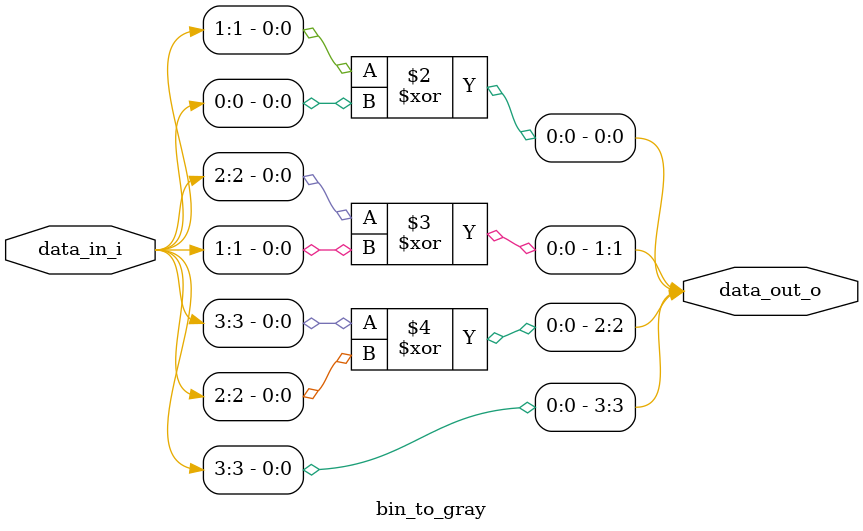
<source format=sv>
/*
A Binary to Gray code converter is a logical circuit that is used to convert binary code
into its equivalent Gray code
[more info](https://www.geeksforgeeks.org/code-converters-binary-to-from-gray-code/)
Author : Foez Ahmed (foez.official@gmail.com)
*/


module bin_to_gray #(
    parameter int DATA_WIDTH = 4  // Data Width
) (
    input logic [DATA_WIDTH-1:0] data_in_i,  // binary code in

    output logic [DATA_WIDTH-1:0] data_out_o  // gray code out
);

  //////////////////////////////////////////////////////////////////////////////////////////////////
  //-ASSIGNMENTS
  //////////////////////////////////////////////////////////////////////////////////////////////////

  for (genvar i = 0; i < (DATA_WIDTH - 1); i++) begin : g_lsb
    assign data_out_o[i] = data_in_i[1+i] ^ data_in_i[i];
  end
  assign data_out_o[DATA_WIDTH-1] = data_in_i[DATA_WIDTH-1];

endmodule

</source>
